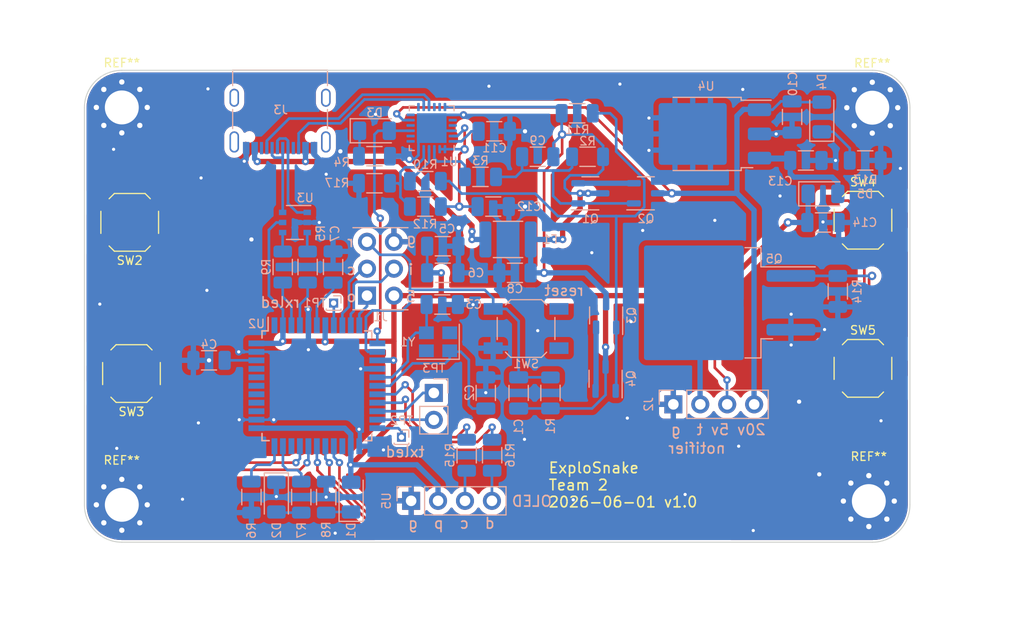
<source format=kicad_pcb>
(kicad_pcb (version 20221018) (generator pcbnew)
  (title_block (title "ExploSnake") (date "2023-11-15") (rev "v1.0") (company "Team 2"))
  (layers (0 "F.Cu" signal) (31 "B.Cu" signal) (34 "B.Paste" user) (35 "F.Paste" user) (36 "B.SilkS" user "B.Silkscreen") (37 "F.SilkS" user "F.Silkscreen") (38 "B.Mask" user) (39 "F.Mask" user) (44 "Edge.Cuts" user))
  (net 0 "")
  (net 1 "+5V")
  (net 2 "Reset")
  (net 3 "Net-(U2-XTAL1)")
  (net 4 "GND")
  (net 5 "Net-(U2-XTAL2)")
  (net 6 "Net-(U2-AREF)")
  (net 7 "Net-(U2-UCAP)")
  (net 8 "Net-(Q1-G)")
  (net 9 "VBUS")
  (net 10 "Net-(U1-VCCD)")
  (net 11 "/Power/3v3_usbpd")
  (net 12 "Net-(D1-K)")
  (net 13 "Net-(D2-A)")
  (net 14 "Net-(D3-K)")
  (net 15 "USB_PD_FAULT")
  (net 16 "Net-(D4-K)")
  (net 17 "VBUS_RAW")
  (net 18 "USB_CC1")
  (net 19 "Net-(U3-HD+)")
  (net 20 "Net-(U3-HD-)")
  (net 22 "USB_CC2")
  (net 25 "Net-(Q1-S)")
  (net 26 "Net-(Q3-G)")
  (net 27 "Net-(Q3-S)")
  (net 28 "Net-(U1-Vbus_Fet_En)")
  (net 29 "Net-(U3-DD+)")
  (net 30 "USB_D+")
  (net 31 "Net-(U2-~{HWB}{slash}PE2)")
  (net 32 "DEBUG_LED")
  (net 33 "USB_D-")
  (net 34 "Net-(U3-DD-)")
  (net 35 "Net-(U1-Isink_Course)")
  (net 36 "Net-(U1-Safe_Pwr_En)")
  (net 46 "rxled")
  (net 47 "sck")
  (net 48 "mosi")
  (net 49 "miso")
  (net 50 "capboom")
  (net 51 "txled")
  (net 52 "Net-(J2-Pin_2)")
  (net 53 "btnUP")
  (net 54 "btnDOWN")
  (net 55 "btnLEFT")
  (net 56 "btnRIGHT")
  (net 59 "Net-(D5-A)")
  (net 67 "scl")
  (net 68 "sda")
  (net 69 "/Power/vbus_fused")
  (net 70 "Net-(U2-PD0)")
  (net 71 "Net-(U2-PD1)")
  (net 72 "/Digital/rx")
  (net 73 "/Digital/tx")
  (footprint "explosnake:SW_SPST_SKQG_WithStem" (layer "F.Cu") (at 180.771 92.957)
    (fp_text reference "SW5")
    (fp_text value "SW_SPST")
  )
  (footprint "MountingHole:MountingHole_3.2mm_M3_Pad_Via" (layer "F.Cu") (at 110.875 68.35)
    (fp_text reference "REF**")
    (fp_text value "MountingHole_3.2mm_M3_Pad_Via")
  )
  (footprint "explosnake:SW_SPST_SKQG_WithStem" (layer "F.Cu") (at 180.771 78.987)
    (fp_text reference "SW4")
    (fp_text value "SW_SPST")
  )
  (footprint "MountingHole:MountingHole_3.2mm_M3_Pad_Via" (layer "F.Cu") (at 181.325 105.475)
    (fp_text reference "REF**")
    (fp_text value "MountingHole_3.2mm_M3_Pad_Via")
  )
  (footprint "explosnake:SW_SPST_SKQG_WithStem" (layer "F.Cu") (at 111.621 79.187 180)
    (fp_text reference "SW2")
    (fp_text value "SW_SPST")
  )
  (footprint "MountingHole:MountingHole_3.2mm_M3_Pad_Via" (layer "F.Cu") (at 110.875 105.825)
    (fp_text reference "REF**")
    (fp_text value "MountingHole_3.2mm_M3_Pad_Via")
  )
  (footprint "MountingHole:MountingHole_3.2mm_M3_Pad_Via" (layer "F.Cu") (at 181.65 68.375)
    (fp_text reference "REF**")
    (fp_text value "MountingHole_3.2mm_M3_Pad_Via")
  )
  (footprint "explosnake:SW_SPST_SKQG_WithStem" (layer "F.Cu") (at 111.786 93.447 180)
    (fp_text reference "SW3")
    (fp_text value "SW_SPST")
  )
  (footprint "Resistor_SMD:R_1206_3216Metric" (layer "B.Cu") (at 126.05 83.4 90)
    (fp_text reference "R9")
    (fp_text value "22")
  )
  (footprint "Capacitor_SMD:C_1206_3216Metric" (layer "B.Cu") (at 141.146 83.947)
    (fp_text reference "C6")
    (fp_text value "100n")
  )
  (footprint "Package_TO_SOT_SMD:SOT-23-3" (layer "B.Cu") (at 156.55 87.9625 90)
    (fp_text reference "Q3")
    (fp_text value "Q_PMOS_GSD")
  )
  (footprint "Package_TO_SOT_SMD:TO-252-3_TabPin2" (layer "B.Cu") (at 165.975 70.85 180)
    (fp_text reference "U4")
    (fp_text value "IFX25001TFV50ATMA1")
  )
  (footprint "Resistor_SMD:R_1206_3216Metric" (layer "B.Cu") (at 154.8 73 180)
    (fp_text reference "R2")
    (fp_text value "10k")
  )
  (footprint "Package_DFN_QFN:QFN-24-1EP_4x4mm_P0.5mm_EP2.8x2.8mm" (layer "B.Cu") (at 140.1 70.3 90)
    (fp_text reference "U1")
    (fp_text value "CYPD3177")
  )
  (footprint "Resistor_SMD:R_1206_3216Metric" (layer "B.Cu") (at 178.4 85.7 90)
    (fp_text reference "R14")
    (fp_text value "10k")
  )
  (footprint "Capacitor_SMD:C_1206_3216Metric" (layer "B.Cu") (at 175.388 73.35 180)
    (fp_text reference "C13")
    (fp_text value "22u")
  )
  (footprint "Resistor_SMD:R_1206_3216Metric" (layer "B.Cu") (at 139.5 75.3 180)
    (fp_text reference "R10")
    (fp_text value "1k")
  )
  (footprint "Capacitor_SMD:C_1206_3216Metric" (layer "B.Cu") (at 174.088 69.25 -90)
    (fp_text reference "C10")
    (fp_text value "10u 50V")
  )
  (footprint "explosnake:SW_SPST_SKQG_WithStem" (layer "B.Cu") (at 149 89.2)
    (fp_text reference "SW1")
    (fp_text value "SW_SPST")
  )
  (footprint "Package_TO_SOT_SMD:SOT-23-3" (layer "B.Cu") (at 155.0625 76.45)
    (fp_text reference "Q1")
    (fp_text value "Q_PMOS_GSD")
  )
  (footprint "Resistor_SMD:R_1206_3216Metric" (layer "B.Cu") (at 139.5 77.7 180)
    (fp_text reference "R12")
    (fp_text value "5k1")
  )
  (footprint "Resistor_SMD:R_1206_3216Metric" (layer "B.Cu") (at 151.3 95.275 90)
    (fp_text reference "R1")
    (fp_text value "100k")
  )
  (footprint "Connector_PinHeader_2.54mm:PinHeader_2x03_P2.54mm_Vertical" (layer "B.Cu") (at 134 86.1)
    (fp_text reference "J1")
    (fp_text value "DNP")
  )
  (footprint "explosnake:TO-263-2_TabPin2" (layer "B.Cu") (at 166.325 86.775 180)
    (fp_text reference "Q5")
    (fp_text value "IRF530NSTRLPB")
  )
  (footprint "Capacitor_SMD:C_1206_3216Metric" (layer "B.Cu") (at 141.096 86.937)
    (fp_text reference "C3")
    (fp_text value "24p")
  )
  (footprint "Resistor_SMD:R_1206_3216Metric" (layer "B.Cu") (at 130.15 105.1 90)
    (fp_text reference "R8")
    (fp_text value "1k")
  )
  (footprint "Resistor_SMD:R_1206_3216Metric" (layer "B.Cu") (at 127.8 105.1 -90)
    (fp_text reference "R7")
    (fp_text value "1k")
  )
  (footprint "Capacitor_SMD:C_1206_3216Metric" (layer "B.Cu") (at 130.8 83.4 90)
    (fp_text reference "C7")
    (fp_text value "1u")
  )
  (footprint "Capacitor_SMD:C_1206_3216Metric" (layer "B.Cu") (at 141.146 81.437)
    (fp_text reference "C5")
    (fp_text value "100n")
  )
  (footprint "Resistor_SMD:R_1206_3216Metric" (layer "B.Cu") (at 143.4 101.15 -90)
    (fp_text reference "R15")
    (fp_text value "0")
  )
  (footprint "Connector_PinHeader_2.54mm:PinHeader_1x04_P2.54mm_Vertical" (layer "B.Cu") (at 138.16 105.45 -90)
    (fp_text reference "U5")
    (fp_text value "OLED")
  )
  (footprint "LED_SMD:LED_1206_3216Metric" (layer "B.Cu") (at 176.888 69.25 90)
    (fp_text reference "D4")
    (fp_text value "green")
  )
  (footprint "Resistor_SMD:R_1206_3216Metric" (layer "B.Cu") (at 128.4 83.4 -90)
    (fp_text reference "R5")
    (fp_text value "22")
  )
  (footprint "Capacitor_SMD:C_1206_3216Metric" (layer "B.Cu") (at 146 70.6)
    (fp_text reference "C11")
    (fp_text value "1u")
  )
  (footprint "LED_SMD:LED_1206_3216Metric" (layer "B.Cu") (at 134.7 70.55)
    (fp_text reference "D3")
    (fp_text value "red")
  )
  (footprint "Capacitor_SMD:C_1206_3216Metric" (layer "B.Cu") (at 177 79.2)
    (fp_text reference "C14")
    (fp_text value "100u")
  )
  (footprint "Capacitor_SMD:C_1206_3216Metric" (layer "B.Cu") (at 147.95 83.95 180)
    (fp_text reference "C8")
    (fp_text value "10u 50V")
  )
  (footprint "Crystal:Crystal_SMD_3225-4Pin_3.2x2.5mm" (layer "B.Cu") (at 140.7 90.45 180)
    (fp_text reference "Y1")
    (fp_text value "16MHz Crystal")
  )
  (footprint "Resistor_SMD:R_1206_3216Metric" (layer "B.Cu") (at 180.9875 73.35)
    (fp_text reference "R13")
    (fp_text value "5k1")
  )
  (footprint "Resistor_SMD:R_1206_3216Metric" (layer "B.Cu") (at 145.8 101.15 -90)
    (fp_text reference "R16")
    (fp_text value "0")
  )
  (footprint "Diode_SMD:D_1206_3216Metric" (layer "B.Cu") (at 177 76.5)
    (fp_text reference "D5")
    (fp_text value "D_Schottky")
  )
  (footprint "Resistor_SMD:R_1206_3216Metric" (layer "B.Cu") (at 123.1 105.1 -90)
    (fp_text reference "R6")
    (fp_text value "10k")
  )
  (footprint "Resistor_SMD:R_1206_3216Metric" (layer "B.Cu") (at 134.7 72.95)
    (fp_text reference "R4")
    (fp_text value "2k2")
  )
  (footprint "Capacitor_SMD:C_1206_3216Metric" (layer "B.Cu") (at 150.1 73 180)
    (fp_text reference "C9")
    (fp_text value "1u 50V")
  )
  (footprint "Connector_PinHeader_2.54mm:PinHeader_1x02_P2.54mm_Vertical" (layer "B.Cu") (at 140.3 95.275 180)
    (fp_text reference "TP3")
    (fp_text value "Conn_01x02")
  )
  (footprint "Resistor_SMD:R_1206_3216Metric" (layer "B.Cu") (at 153.825 68.9)
    (fp_text reference "R11")
    (fp_text value "51k")
  )
  (footprint "Capacitor_SMD:C_1206_3216Metric" (layer "B.Cu") (at 119.1 92.2 180)
    (fp_text reference "C4")
    (fp_text value "1u")
  )
  (footprint "Package_QFP:TQFP-44_10x10mm_P0.8mm" (layer "B.Cu") (at 129.271 94.6 -90)
    (fp_text reference "U2")
    (fp_text value "ATmega32U4-A")
  )
  (footprint "Package_SO:TSOP-6_1.65x3.05mm_P0.95mm" (layer "B.Cu") (at 127.2 79.2 180)
    (fp_text reference "U3")
    (fp_text value "IP4234CZ6,125")
  )
  (footprint "LED_SMD:LED_1206_3216Metric" (layer "B.Cu") (at 125.45 105.1 -90)
    (fp_text reference "D2")
    (fp_text value "orange")
  )
  (footprint "Package_TO_SOT_SMD:SOT-23-3" (layer "B.Cu") (at 160.3 76.45)
    (fp_text reference "Q2")
    (fp_text value "Q_PMOS_GSD")
  )
  (footprint "Package_TO_SOT_SMD:SOT-23-3" (layer "B.Cu") (at 156.5 93.9375 90)
    (fp_text reference "Q4")
    (fp_text value "Q_PMOS_GSD")
  )
  (footprint "Capacitor_SMD:C_1206_3216Metric" (layer "B.Cu") (at 148.3 95.275 90)
    (fp_text reference "C1")
    (fp_text value "1u")
  )
  (footprint "Connector_PinHeader_1.00mm:PinHeader_1x01_P1.00mm_Vertical" (layer "B.Cu") (at 137.25 99.45 180)
    (fp_text reference "TP2")
    (fp_text value "TestPoint")
  )
  (footprint "Fuse:Fuse_1812_4532Metric" (layer "B.Cu") (at 147.3 80.8)
    (fp_text reference "F1")
    (fp_text value "2A")
  )
  (footprint "Connector_USB:USB_C_Receptacle_Palconn_UTC16-G" (layer "B.Cu") (at 125.8 69.675)
    (fp_text reference "J3")
    (fp_text value "USB_C_Receptacle_USB2.0")
  )
  (footprint "Resistor_SMD:R_1206_3216Metric" (layer "B.Cu") (at 134.7 75.5 180)
    (fp_text reference "R17")
    (fp_text value "2k2")
  )
  (footprint "Connector_PinHeader_2.54mm:PinHeader_1x04_P2.54mm_Vertical" (layer "B.Cu") (at 162.89 96.35 -90)
    (fp_text reference "J2")
    (fp_text value "Conn_01x04")
  )
  (footprint "Connector_PinHeader_1.00mm:PinHeader_1x01_P1.00mm_Vertical" (layer "B.Cu") (at 130.85 86.8 180)
    (fp_text reference "TP1")
    (fp_text value "TestPoint")
  )
  (footprint "Capacitor_SMD:C_1206_3216Metric" (layer "B.Cu") (at 145.9 77.7)
    (fp_text reference "C12")
    (fp_text value "1u")
  )
  (footprint "Resistor_SMD:R_1206_3216Metric" (layer "B.Cu") (at 144.7 74.9)
    (fp_text reference "R3")
    (fp_text value "100")
  )
  (footprint "LED_SMD:LED_1206_3216Metric" (layer "B.Cu") (at 132.5 105.1 90)
    (fp_text reference "D1")
    (fp_text value "green")
  )
  (footprint "Capacitor_SMD:C_1206_3216Metric" (layer "B.Cu") (at 145.2 95.275 90)
    (fp_text reference "C2")
    (fp_text value "24p")
  )
  (gr_arc (start 107.349646 68.375) (mid 108.382198 65.882199) (end 110.875 64.849646) (stroke (width 0.1)) (layer "Edge.Cuts"))
  (gr_line (start 185.200352 105.825) (end 185.200352 68.375002) (stroke (width 0.1)) (layer "Edge.Cuts"))
  (gr_arc (start 181.675 64.849648) (mid 184.167801 65.882201) (end 185.200354 68.375002) (stroke (width 0.1)) (layer "Edge.Cuts"))
  (gr_line (start 107.349646 68.375) (end 107.349646 105.824998) (stroke (width 0.1)) (layer "Edge.Cuts"))
  (gr_arc (start 110.875 109.350352) (mid 108.382199 108.317799) (end 107.349646 105.824998) (stroke (width 0.1)) (layer "Edge.Cuts"))
  (gr_line (start 110.875 109.350352) (end 181.674998 109.350352) (stroke (width 0.1)) (layer "Edge.Cuts"))
  (gr_arc (start 185.200352 105.825) (mid 184.167799 108.317801) (end 181.674998 109.350354) (stroke (width 0.1)) (layer "Edge.Cuts"))
  (gr_line (start 181.675 64.849648) (end 110.875 64.849648) (stroke (width 0.1)) (layer "Edge.Cuts"))
  (gr_text "i" (at 138.475 84.225) (layer "B.SilkS") (effects (font (size 1 1)) (justify left bottom mirror)))
  (gr_text "d  c  p  g" (at 146.125 108.15) (layer "B.SilkS") (effects (font (size 1 1)) (justify left bottom mirror)))
  (gr_text "c" (at 133.025 84.225) (layer "B.SilkS") (effects (font (size 1 1)) (justify left bottom mirror)))
  (gr_text "txled" (at 139.525 101.425) (layer "B.SilkS") (effects (font (size 1 1)) (justify left bottom mirror)))
  (gr_text "o" (at 133.075 86.775) (layer "B.SilkS") (effects (font (size 1 1)) (justify left bottom mirror)))
  (gr_text "5" (at 138.7 86.775) (layer "B.SilkS") (effects (font (size 1 1)) (justify left bottom mirror)))
  (gr_text "r" (at 132.85 81.6) (layer "B.SilkS") (effects (font (size 1 1)) (justify left bottom mirror)))
  (gr_text "reset" (at 154.55 86.2) (layer "B.SilkS") (effects (font (size 1 1)) (justify left bottom mirror)))
  (gr_text "rxled" (at 127.775 87.325) (layer "B.SilkS") (effects (font (size 1 1)) (justify left bottom mirror)))
  (gr_text "20v 5v t  g" (at 171.675 99.325) (layer "B.SilkS") (effects (font (size 1 1)) (justify left bottom mirror)))
  (gr_text "OLED" (at 151.525 106.075) (layer "B.SilkS") (effects (font (size 1 1)) (justify left bottom mirror)))
  (gr_text "notifier" (at 167.9 101.075) (layer "B.SilkS") (effects (font (size 1 1)) (justify left bottom mirror)))
  (gr_text "g" (at 138.725 81.325) (layer "B.SilkS") (effects (font (size 1 1)) (justify left bottom mirror)))
  (gr_text "${TITLE}\n${COMPANY}\n${CURRENT_DATE} ${REVISION}" (at 151.05 106.15) (layer "F.SilkS") (effects (font (size 1 1)) (justify left bottom)))
  (segment (start 136.54 92.16) (end 136.54 92.01) (width 0.5) (layer "F.Cu") (net 1))
  (segment (start 132.45 102.1) (end 132.5 102.05) (width 0.5) (layer "F.Cu") (net 1))
  (segment (start 167.95 94.05) (end 166.8 92.9) (width 0.25) (layer "F.Cu") (net 1))
  (segment (start 166.8 92.9) (end 166.8 86.1) (width 0.25) (layer "F.Cu") (net 1))
  (segment (start 141 86.1) (end 156.5 86.1) (width 0.5) (layer "F.Cu") (net 1))
  (segment (start 136.5 92.2) (end 136.54 92.16) (width 0.5) (layer "F.Cu") (net 1))
  (segment (start 136.54 90.4) (end 130.1 90.4) (width 0.5) (layer "F.Cu") (net 1))
  (segment (start 132.45 102.05) (end 132.45 102.1) (width 0.5) (layer "F.Cu") (net 1))
  (segment (start 130 90.4) (end 126.05 90.4) (width 0.5) (layer "F.Cu") (net 1))
  (segment (start 136.54 86.1) (end 141 86.1) (width 0.5) (layer "F.Cu") (net 1))
  (segment (start 136.5 92.2) (end 136.5 98.05) (width 0.5) (layer "F.Cu") (net 1))
  (segment (start 132.5 102.05) (end 132.45 102.05) (width 0.5) (layer "F.Cu") (net 1))
  (segment (start 136.54 90.4) (end 136.54 92.16) (width 0.5) (layer "F.Cu") (net 1))
  (segment (start 130.05 90.45) (end 130 90.4) (width 0.5) (layer "F.Cu") (net 1))
  (segment (start 156.5 86.1) (end 166.8 86.1) (width 0.5) (layer "F.Cu") (net 1))
  (segment (start 136.5 98.05) (end 134.65 99.9) (width 0.5) (layer "F.Cu") (net 1))
  (segment (start 134.65 99.9) (end 132.5 102.05) (width 0.5) (layer "F.Cu") (net 1))
  (segment (start 141 83.95) (end 141 86.1) (width 0.5) (layer "F.Cu") (net 1))
  (segment (start 166.8 86.1) (end 173.7 79.2) (width 0.5) (layer "F.Cu") (net 1))
  (segment (start 136.54 86.1) (end 136.54 90.4) (width 0.5) (layer "F.Cu") (net 1))
  (segment (start 130.1 90.4) (end 130.05 90.45) (width 0.5) (layer "F.Cu") (net 1))
  (segment (start 156.5 90.95) (end 156.5 86.1) (width 0.5) (layer "F.Cu") (net 1))
  (via (at 136.5 92.2) (size 0.7) (drill 0.3) (layers "F.Cu" "B.Cu") (net 1))
  (via (at 173.7 79.2) (size 0.8) (drill 0.4) (layers "F.Cu" "B.Cu") (net 1))
  (via (at 141 83.95) (size 0.7) (drill 0.3) (layers "F.Cu" "B.Cu") (net 1))
  (via (at 132.45 102.05) (size 0.7) (drill 0.3) (layers "F.Cu" "B.Cu") (net 1))
  (via (at 130.05 90.45) (size 0.7) (drill 0.3) (layers "F.Cu" "B.Cu") (net 1))
  (via (at 126.05 90.4) (size 0.7) (drill 0.3) (layers "F.Cu" "B.Cu") (net 1))
  (via (at 156.5 90.95) (size 0.7) (drill 0.3) (layers "F.Cu" "B.Cu") (net 1))
  (via (at 167.95 94.05) (size 0.7) (drill 0.3) (layers "F.Cu" "B.Cu") (net 1))
  (segment (start 173.7 79.2) (end 173.6 79.2) (width 0.25) (layer "B.Cu") (net 1))
  (segment (start 124.75 79.9) (end 125.45 79.2) (width 0.25) (layer "B.Cu") (net 1))
  (segment (start 151.3 96.7375) (end 148.3125 96.7375) (width 0.25) (layer "B.Cu") (net 1))
  (segment (start 175.6 79.125) (end 175.525 79.2) (width 0.5) (layer "B.Cu") (net 1))
  (segment (start 132.471 99.171) (end 132.471 100.3) (width 0.5) (layer "B.Cu") (net 1))
  (segment (start 125.45 79.2) (end 126.04 79.2) (width 0.25) (layer "B.Cu") (net 1))
  (segment (start 141 83.95) (end 140.997 83.947) (width 0.5) (layer "B.Cu") (net 1))
  (segment (start 125.85 90.6) (end 126.05 90.4) (width 0.5) (layer "B.Cu") (net 1))
  (segment (start 139.671 81.437) (end 139.671 83.947) (width 0.25) (layer "B.Cu") (net 1))
  (segment (start 156.5 90.95) (end 156.5 90.9) (width 0.5) (layer "B.Cu") (net 1))
  (segment (start 155.221752 96.7375) (end 156.5 95.459252) (width 0.25) (layer "B.Cu") (net 1))
  (segment (start 130.05 88.921) (end 130.071 88.9) (width 0.5) (layer "B.Cu") (net 1))
  (segment (start 140.7 104.05) (end 140.7 105.45) (width 0.5) (layer "B.Cu") (net 1))
  (segment (start 123.571 90.6) (end 125.85 90.6) (width 0.5) (layer "B.Cu") (net 1))
  (segment (start 151.3 96.7375) (end 155.221752 96.7375) (width 0.25) (layer "B.Cu") (net 1))
  (segment (start 175.525 76.575) (end 175.6 76.5) (width 0.25) (layer "B.Cu") (net 1))
  (segment (start 134.971 92.2) (end 136.5 92.2) (width 0.5) (layer "B.Cu") (net 1))
  (segment (start 156.5 95.459252) (end 156.5 92.8) (width 0.25) (layer "B.Cu") (net 1))
  (segment (start 138.7 102.05) (end 140.7 104.05) (width 0.5) (layer "B.Cu") (net 1))
  (segment (start 126.071 88.9) (end 126.071 87.421) (width 0.25) (layer "B.Cu") (net 1))
  (segment (start 130.05 90.45) (end 130.05 88.921) (width 0.5) (layer "B.Cu") (net 1))
  (segment (start 132.471 100.3) (end 132.471 103.671) (width 0.5) (layer "B.Cu") (net 1))
  (segment (start 123.571 98.6) (end 131.9 98.6) (width 0.5) (layer "B.Cu") (net 1))
  (segment (start 126.071 87.421) (end 124.75 86.1) (width 0.25) (layer "B.Cu") (net 1))
  (segment (start 175.6 76.5) (end 175.6 79.125) (width 0.5) (layer "B.Cu") (net 1))
  (segment (start 148.3125 96.7375) (end 148.3 96.75) (width 0.25) (layer "B.Cu") (net 1))
  (segment (start 173.7 79.2) (end 175.525 79.2) (width 0.5) (layer "B.Cu") (net 1))
  (segment (start 126.071 88.9) (end 126.071 90.379) (width 0.5) (layer "B.Cu") (net 1))
  (segment (start 132.45 102.05) (end 138.7 102.05) (width 0.5) (layer "B.Cu") (net 1))
  (segment (start 175.525 79.2) (end 175.525 76.575) (width 0.25) (layer "B.Cu") (net 1))
  (segment (start 132.471 103.671) (end 132.5 103.7) (width 0.5) (layer "B.Cu") (net 1))
  (segment (start 126.071 90.379) (end 126.05 90.4) (width 0.5) (layer "B.Cu") (net 1))
  (segment (start 124.75 86.1) (end 124.75 79.9) (width 0.25) (layer "B.Cu") (net 1))
  (segment (start 131.9 98.6) (end 132.471 99.171) (width 0.5) (layer "B.Cu") (net 1))
  (segment (start 156.5 92.8) (end 156.5 90.95) (width 0.5) (layer "B.Cu") (net 1))
  (segment (start 167.95 94.05) (end 167.95 94.1) (width 0.25) (layer "B.Cu") (net 1))
  (segment (start 140.997 83.947) (end 139.671 83.947) (width 0.5) (layer "B.Cu") (net 1))
  (segment (start 167.95 96.35) (end 167.95 94.05) (width 0.25) (layer "B.Cu") (net 1))
  (segment (start 138.05 86.8) (end 137.35 87.5) (width 0.25) (layer "B.Cu") (net 2))
  (segment (start 134.5 87.5) (end 133.896 88.104) (width 0.25) (layer "B.Cu") (net 2))
  (segment (start 137.35 87.5) (end 134.5 87.5) (width 0.25) (layer "B.Cu") (net 2))
  (segment (start 134.1 91.4) (end 134.971 91.4) (width 0.25) (layer "B.Cu") (net 2))
  (segment (start 145.9 86.35) (end 145.9 87.35) (width 0.25) (layer "B.Cu") (net 2))
  (segment (start 148.3 88.5) (end 147.15 87.35) (width 0.25) (layer "B.Cu") (net 2))
  (segment (start 138.05 85.55) (end 138.05 86.8) (width 0.25) (layer "B.Cu") (net 2))
  (segment (start 135.23 82.25) (end 137.45 82.25) (width 0.25) (layer "B.Cu") (net 2))
  (segment (start 133.896 88.104) (end 133.896 91.196) (width 0.25) (layer "B.Cu") (net 2))
  (segment (start 148.3 93.8) (end 151.2875 93.8) (width 0.25) (layer "B.Cu") (net 2))
  (segment (start 148.3 93.8) (end 148.3 88.5) (width 0.25) (layer "B.Cu") (net 2))
  (segment (start 151.2875 93.8) (end 151.3 93.8125) (width 0.25) (layer "B.Cu") (net 2))
  (segment (start 138.05 85.55) (end 145.1 85.55) (width 0.25) (layer "B.Cu") (net 2))
  (segment (start 133.896 91.196) (end 134.1 91.4) (width 0.25) (layer "B.Cu") (net 2))
  (segment (start 147.15 87.35) (end 145.9 87.35) (width 0.25) (layer "B.Cu") (net 2))
  (segment (start 134 81.02) (end 135.23 82.25) (width 0.25) (layer "B.Cu") (net 2))
  (segment (start 137.45 82.25) (end 138.05 82.85) (width 0.25) (layer "B.Cu") (net 2))
  (segment (start 138.05 82.85) (end 138.05 85.55) (width 0.25) (layer "B.Cu") (net 2))
  (segment (start 145.1 85.55) (end 145.9 86.35) (width 0.25) (layer "B.Cu") (net 2))
  (segment (start 143.6 92.15) (end 143.6 96.4) (width 0.25) (layer "B.Cu") (net 3))
  (segment (start 134.971 94.6) (end 136.186396 94.6) (width 0.25) (layer "B.Cu") (net 3))
  (segment (start 142.096 91.387) (end 142.837 91.387) (width 0.25) (layer "B.Cu") (net 3))
  (segment (start 138.3 92.486396) (end 141.363604 92.486396) (width 0.25) (layer "B.Cu") (net 3))
  (segment (start 141.363604 92.486396) (end 141.8 92.05) (width 0.25) (layer "B.Cu") (net 3))
  (segment (start 143.95 96.75) (end 145.2 96.75) (width 0.25) (layer "B.Cu") (net 3))
  (segment (start 143.6 96.4) (end 143.95 96.75) (width 0.25) (layer "B.Cu") (net 3))
  (segment (start 142.837 91.387) (end 143.6 92.15) (width 0.25) (layer "B.Cu") (net 3))
  (segment (start 141.8 92.05) (end 141.8 91.3) (width 0.25) (layer "B.Cu") (net 3))
  (segment (start 136.186396 94.6) (end 138.3 92.486396) (width 0.25) (layer "B.Cu") (net 3))
  (segment (start 177.144222 94.807) (end 177.671 94.807) (width 0.25) (layer "F.Cu") (net 4))
  (via (at 145.5 66.35) (size 0.7) (drill 0.3) (layers "F.Cu" "B.Cu") (net 4))
  (via (at 144 86.95) (size 0.7) (drill 0.3) (layers "F.Cu" "B.Cu") (net 4))
  (via (at 182.475 97.9) (size 0.7) (drill 0.3) (layers "F.Cu" "B.Cu") (net 4))
  (via (at 158.55 97.65) (size 0.7) (drill 0.3) (layers "F.Cu" "B.Cu") (net 4))
  (via (at 172.588 70.85) (size 0.7) (drill 0.3) (layers "F.Cu" "B.Cu") (net 4))
  (via (at 134.8 69) (size 0.7) (drill 0.3) (layers "F.Cu" "B.Cu") (net 4))
  (via (at 125.45 105.05) (size 0.7) (drill 0.3) (layers "F.Cu" "B.Cu") (net 4))
  (via (at 131.487701 72.487701) (size 0.8) (drill 0.4) (layers "F.Cu" "B.Cu") (net 4))
  (via (at 174 87.85) (size 0.7) (drill 0.3) (layers "F.Cu" "B.Cu") (net 4))
  (via (at 142.65 79.7) (size 0.8) (drill 0.4) (layers "F.Cu" "B.Cu") (net 4))
  (via (at 121.95 97.8) (size 0.7) (drill 0.3) (layers "F.Cu" "B.Cu") (net 4))
  (via (at 135.55 100.65) (size 0.7) (drill 0.3) (layers "F.Cu" "B.Cu") (net 4))
  (via (at 130.15 74.65) (size 0.7) (drill 0.3) (layers "F.Cu" "B.Cu") (net 4))
  (via (at 158.9 88.55) (size 0.7) (drill 0.3) (layers "F.Cu" "B.Cu") (net 4))
  (via (at 177 79.15) (size 0.7) (drill 0.3) (layers "F.Cu" "B.Cu") (net 4))
  (via (at 178.188 73.35) (size 0.7) (drill 0.3) (layers "F.Cu" "B.Cu") (net 4))
  (via (at 155.2 82.05) (size 0.7) (drill 0.3) (layers "F.Cu" "B.Cu") (net 4))
  (via (at 176.65 102.95) (size 0.8) (drill 0.4) (layers "F.Cu" "B.Cu") (net 4))
  (via (at 118.9 85.6) (size 0.7) (drill 0.3) (layers "F.Cu" "B.Cu") (net 4))
  (via (at 110.1 72.3) (size 0.7) (drill 0.3) (layers "F.Cu" "B.Cu") (net 4))
  (via (at 164 104.85) (size 0.7) (drill 0.3) (layers "F.Cu" "B.Cu") (net 4))
  (via (at 116.6 105.3) (size 0.7) (drill 0.3) (layers "F.Cu" "B.Cu") (net 4))
  (via (at 108.8 86.9) (size 0.7) (drill 0.3) (layers "F.Cu" "B.Cu") (net 4))
  (via (at 166.8 79) (size 0.7) (drill 0.3) (layers "F.Cu" "B.Cu") (net 4))
  (via (at 133.4 93) (size 0.7) (drill 0.3) (layers "F.Cu" "B.Cu") (net 4))
  (via (at 133.25 98.7) (size 0.7) (drill 0.3) (layers "F.Cu" "B.Cu") (net 4))
  (via (at 130.15 105.1) (size 0.7) (drill 0.3) (layers "F.Cu" "B.Cu") (net 4))
  (via (at 153.45 105.35) (size 0.7) (drill 0.3) (layers "F.Cu" "B.Cu") (net 4))
  (via (at 118.1 98.1) (size 0.7) (drill 0.3) (layers "F.Cu" "B.Cu") (net 4))
  (via (at 148.9 77.7) (size 0.8) (drill 0.4) (layers "F.Cu" "B.Cu") (net 4))
  (via (at 119 66.6) (size 0.7) (drill 0.3) (layers "F.Cu" "B.Cu") (net 4))
  (via (at 129.5 79.2) (size 0.7) (drill 0.3) (layers "F.Cu" "B.Cu") (net 4))
  (via (at 150.1 89.4) (size 0.7) (drill 0.3) (layers "F.Cu" "B.Cu") (net 4))
  (via (at 128.471 91.1995) (size 0.7) (drill 0.3) (layers "F.Cu" "B.Cu") (net 4))
  (via (at 160 79.95) (size 0.7) (drill 0.3) (layers "F.Cu" "B.Cu") (net 4))
  (via (at 172.95 76.7) (size 0.7) (drill 0.3) (layers "F.Cu" "B.Cu") (net 4))
  (via (at 128.45 87.4) (size 0.7) (drill 0.3) (layers "F.Cu" "B.Cu") (net 4))
  (via (at 169.05 100.3) (size 0.7) (drill 0.3) (layers "F.Cu" "B.Cu") (net 4))
  (via (at 174.75 96.1) (size 0.8) (drill 0.4) (layers "F.Cu" "B.Cu") (net 4))
  (via (at 148.85 99.65) (size 0.7) (drill 0.3) (layers "F.Cu" "B.Cu") (net 4))
  (via (at 121.9 91.4) (size 0.7) (drill 0.3) (layers "F.Cu" "B.Cu") (net 4))
  (via (at 143.1 69.05) (size 0.7) (drill 0.3) (layers "F.Cu" "B.Cu") (net 4))
  (via (at 169.438 66.65) (size 0.7) (drill 0.3) (layers "F.Cu" "B.Cu") (net 4))
  (via (at 160.588 69.35) (size 0.7) (drill 0.3) (layers "F.Cu" "B.Cu") (net 4))
  (via (at 177.15 89.3) (size 0.7) (drill 0.3) (layers "F.Cu" "B.Cu") (net 4))
  (via (at 125.2 97.8) (size 0.7) (drill 0.3) (layers "F.Cu" "B.Cu") (net 4))
  (via (at 170.425 108.25) (size 0.7) (drill 0.3) (layers "F.Cu" "B.Cu") (net 4))
  (via (at 119.1 92.2) (size 0.8) (drill 0.4) (layers "F.Cu" "B.Cu") (net 4))
  (via (at 148.9 70.6) (size 0.8) (drill 0.4) (layers "F.Cu" "B.Cu") (net 4))
  (via (at 157.85 66.15) (size 0.7) (drill 0.3) (layers "F.Cu" "B.Cu") (net 4))
  (via (at 123.1 80.8) (size 0.8) (drill 0.4) (layers "F.Cu" "B.Cu") (net 4))
  (via (at 131 108.5) (size 0.7) (drill 0.3) (layers "F.Cu" "B.Cu") (net 4))
  (via (at 118.35 75) (size 0.7) (drill 0.3) (layers "F.Cu" "B.Cu") (net 4))
  (via (at 160.588 72.4) (size 0.7) (drill 0.3) (layers "F.Cu" "B.Cu") (net 4))
  (via (at 122.425 73.425) (size 0.7) (drill 0.3) (layers "F.Cu" "B.Cu") (net 4))
  (via (at 138 73.2) (size 0.8) (drill 0.4) (layers "F.Cu" "B.Cu") (net 4))
  (via (at 184.3 74.1) (size 0.7) (drill 0.3) (layers "F.Cu" "B.Cu") (net 4))
  (via (at 174 90.75) (size 0.7) (drill 0.3) (layers "F.Cu" "B.Cu") (net 4))
  (via (at 110.4 100.5) (size 0.7) (drill 0.3) (layers "F.Cu" "B.Cu") (net 4))
  (via (at 145.2 95.25) (size 0.7) (drill 0.3) (layers "F.Cu" "B.Cu") (net 4))
  (segment (start 128.471 87.421) (end 128.45 87.4) (width 0.5) (layer "B.Cu") (net 4))
  (segment (start 139.85 70.55) (end 142.0875 70.55) (width 0.25) (layer "B.Cu") (net 4))
  (segment (start 131.487701 72.487701) (end 130.625402 73.35) (width 0.5) (layer "B.Cu") (net 4))
  (segment (start 129.585 73.35) (end 129 72.765) (width 0.5) (layer "B.Cu") (net 4))
  (segment (start 125.2 97.8) (end 121.95 97.8) (width 0.25) (layer "B.Cu") (net 4))
  (segment (start 122.425 73.425) (end 122.6 73.25) (width 0.5) (layer "B.Cu") (net 4))
  (segment (start 143.1 69.05) (end 143.35 69.05) (width 0.25) (layer "B.Cu") (net 4))
  (segment (start 133.25 98.7) (end 133.25 100.279) (width 0.25) (layer "B.Cu") (net 4))
  (segment (start 142.584 86.95) (end 142.571 86.937) (width 0.25) (layer "B.Cu") (net 4))
  (segment (start 130.625402 73.35) (end 129.585 73.35) (width 0.5) (layer "B.Cu") (net 4))
  (segment (start 128.471 88.9) (end 128.471 87.421) (width 0.5) (layer "B.Cu") (net 4))
  (segment (start 133.25 100.279) (end 133.271 100.3) (width 0.25) (layer "B.Cu") (net 4))
  (segment (start 128.2705 91.4) (end 128.471 91.1995) (width 0.25) (layer "B.Cu") (net 4))
  (segment (start 142.0875 69.05) (end 143.1 69.05) (width 0.25) (layer "B.Cu") (net 4))
  (segment (start 133.271 100.3) (end 135.2 100.3) (width 0.25) (layer "B.Cu") (net 4))
  (segment (start 147.375 77.7) (end 148.85 77.7) (width 0.25) (layer "B.Cu") (net 4))
  (segment (start 138.85 71.55) (end 139.85 70.55) (width 0.25) (layer "B.Cu") (net 4))
  (segment (start 138.85 72.2875) (end 138.85 71.55) (width 0.25) (layer "B.Cu") (net 4))
  (segment (start 135.2 100.3) (end 135.55 100.65) (width 0.25) (layer "B.Cu") (net 4))
  (segment (start 138.85 72.85) (end 138.5 73.2) (width 0.25) (layer "B.Cu") (net 4))
  (segment (start 171.015 70.85) (end 172.588 70.85) (width 0.5) (layer "B.Cu") (net 4))
  (segment (start 138.85 72.2875) (end 138.85 72.85) (width 0.25) (layer "B.Cu") (net 4))
  (segment (start 134.971 93) (end 133.4 93) (width 0.5) (layer "B.Cu") (net 4))
  (segment (start 141.35 69.05) (end 140.1 70.3) (width 0.25) (layer "B.Cu") (net 4))
  (segment (start 128.471 91.1995) (end 128.471 88.9) (width 0.5) (layer "B.Cu") (net 4))
  (segment (start 142.0875 69.05) (end 141.35 69.05) (width 0.25) (layer "B.Cu") (net 4))
  (segment (start 129 72.765) (end 129 72.185) (width 0.5) (layer "B.Cu") (net 4))
  (segment (start 123.571 91.4) (end 121.9 91.4) (width 0.25) (layer "B.Cu") (net 4))
  (segment (start 122.6 73.25) (end 122.6 72.185) (width 0.5) (layer "B.Cu") (net 4))
  (segment (start 138.5 73.2) (end 138 73.2) (width 0.25) (layer "B.Cu") (net 4))
  (segment (start 142.621 86.887) (end 142.571 86.937) (width 0.25) (layer "B.Cu") (net 4))
  (segment (start 146.15 91.475) (end 146.575 91.05) (width 0.25) (layer "B.Cu") (net 4))
  (segment (start 123.571 91.4) (end 128.2705 91.4) (width 0.25) (layer "B.Cu") (net 4))
  (segment (start 138.6 89.6) (end 139.6 89.6) (width 0.25) (layer "B.Cu") (net 5))
  (segment (start 134.971 93.8) (end 136.35 93.8) (width 0.25) (layer "B.Cu") (net 5))
  (segment (start 139.621 89.412) (end 139.896 89.687) (width 0.25) (layer "B.Cu") (net 5))
  (segment (start 137.85 92.3) (end 137.85 90.35) (width 0.25) (layer "B.Cu") (net 5))
  (segment (start 137.85 90.35) (end 138.6 89.6) (width 0.25) (layer "B.Cu") (net 5))
  (segment (start 136.35 93.8) (end 137.85 92.3) (width 0.25) (layer "B.Cu") (net 5))
  (segment (start 139.621 86.937) (end 139.621 89.412) (width 0.25) (layer "B.Cu") (net 5))
  (segment (start 123.571 92.2) (end 120.575 92.2) (width 0.25) (layer "B.Cu") (net 6))
  (segment (start 130.8 85.54038) (end 130.8 84.875) (width 0.25) (layer "B.Cu") (net 7))
  (segment (start 129.271 87.06938) (end 130.8 85.54038) (width 0.25) (layer "B.Cu") (net 7))
  (segment (start 129.271 88.9) (end 129.271 87.06938) (width 0.25) (layer "B.Cu") (net 7))
  (segment (start 153.3375 73) (end 153.3375 74.0125) (width 0.25) (layer "B.Cu") (net 8))
  (segment (start 153.3375 73.7375) (end 153.3375 73) (width 0.25) (layer "B.Cu") (net 8))
  (segment (start 151.55 76.7) (end 151.55 74.3) (width 0.25) (layer "B.Cu") (net 8))
  (segment (start 151.55 74.3) (end 152.063174 74.3) (width 0.25) (layer "B.Cu") (net 8))
  (segment (start 148.625 74.3) (end 148.025 74.9) (width 0.25) (layer "B.Cu") (net 8))
  (segment (start 152.25 77.4) (end 151.55 76.7) (width 0.25) (layer "B.Cu") (net 8))
  (segment (start 148.025 74.9) (end 145.7625 74.9) (width 0.25) (layer "B.Cu") (net 8))
  (segment (start 153.05 74.3) (end 152.063174 74.3) (width 0.25) (layer "B.Cu") (net 8))
  (segment (start 152.063174 74.3) (end 148.625 74.3) (width 0.25) (layer "B.Cu") (net 8))
  (segment (start 153.3375 74.0125) (end 153.05 74.3) (width 0.25) (layer "B.Cu") (net 8))
  (segment (start 153.925 77.4) (end 152.25 77.4) (width 0.25) (layer "B.Cu") (net 8))
  (segment (start 148.625 74.3) (end 148.625 73) (width 0.25) (layer "B.Cu") (net 8))
  (segment (start 153.925 77.4) (end 159.1625 77.4) (width 0.25) (layer "B.Cu") (net 8))
  (segment (start 137.4 68.35) (end 154.65 68.35) (width 0.25) (layer "F.Cu") (net 9))
  (segment (start 154.65 68.35) (end 162.75 76.45) (width 0.25) (layer "F.Cu") (net 9))
  (segment (start 136.8 68.95) (end 137.4 68.35) (width 0.25) (layer "F.Cu") (net 9))
  (via (at 162.75 76.45) (size 0.8) (drill 0.4) (layers "F.Cu" "B.Cu") (net 9))
  (via (at 136.8 68.95) (size 0.7) (drill 0.3) (layers "F.Cu" "B.Cu") (net 9))
  (segment (start 136.8 68.95) (end 137.4 69.55) (width 0.25) (layer "B.Cu") (net 9))
  (segment (start 168.888 69.15) (end 168.888 76.437) (width 0.5) (layer "B.Cu") (net 9))
  (segment (start 174.088 67.775) (end 173.033 67.775) (width 0.25) (layer "B.Cu") (net 9))
  (segment (start 176.888 67.85) (end 174.163 67.85) (width 0.25) (layer "B.Cu") (net 9))
  (segment (start 168.888 69.15) (end 169.501 68.537) (width 0.5) (layer "B.Cu") (net 9))
  (segment (start 174.163 67.85) (end 174.088 67.775) (width 0.25) (layer "B.Cu") (net 9))
  (segment (start 170.5 96.3) (end 170.45 96.35) (width 0.5) (layer "B.Cu") (net 9))
  (segment (start 161.4375 76.45) (end 168.875 76.45) (width 0.5) (layer "B.Cu") (net 9))
  (segment (start 168.888 76.437) (end 168.875 76.45) (width 0.5) (layer "B.Cu") (net 9))
  (segment (start 168.888 76.437) (end 168.888 76.438) (width 0.5) (layer "B.Cu") (net 9))
  (segment (start 168.888 76.438) (end 170.5 78.05) (width 0.5) (layer "B.Cu") (net 9))
  (segment (start 171.015 68.57) (end 172.238 68.57) (width 0.25) (layer "B.Cu") (net 9))
  (segment (start 169.501 68.537) (end 171.015 68.537) (width 0.5) (layer "B.Cu") (net 9))
  (segment (start 176.9505 67.85) (end 176.888 67.7875) (width 0.25) (layer "B.Cu") (net 9))
  (segment (start 170.5 78.05) (end 170.5 96.3) (width 0.5) (layer "B.Cu") (net 9))
  (segment (start 137.4 69.55) (end 138.1125 69.55) (width 0.25) (layer "B.Cu") (net 9))
  (segment (start 173.033 67.775) (end 172.238 68.57) (width 0.25) (layer "B.Cu") (net 9))
  (segment (start 144.525 70.6) (end 143.85 70.6) (width 0.25) (layer "B.Cu") (net 10))
  (segment (start 143.85 70.6) (end 142.9 71.55) (width 0.25) (layer "B.Cu") (net 10))
  (segment (start 142.9 71.55) (end 142.0875 71.55) (width 0.25) (layer "B.Cu") (net 10))
  (segment (start 142.7 72.8) (end 142.7 77.7) (width 0.25) (layer "F.Cu") (net 11))
  (segment (start 143.208216 70.287895) (end 143.208216 72.291784) (width 0.25) (layer "F.Cu") (net 11))
  (segment (start 143.2 72.3) (end 142.7 72.8) (width 0.25) (layer "F.Cu") (net 11))
  (segment (start 143.208216 72.291784) (end 143.2 72.3) (width 0.25) (layer "F.Cu") (net 11))
  (via (at 142.7 77.7) (size 0.8) (drill 0.4) (layers "F.Cu" "B.Cu") (net 11))
  (via (at 143.208216 70.287895) (size 0.7) (drill 0.3) (layers "F.Cu" "B.Cu") (net 11))
  (via (at 143.2 72.3) (size 0.8) (drill 0.4) (layers "F.Cu" "B.Cu") (net 11))
  (segment (start 142.7 77.7) (end 140.9625 77.7) (width 0.25) (layer "B.Cu") (net 11))
  (segment (start 141.35 72.2875) (end 140.85 72.2875) (width 0.25) (layer "B.Cu") (net 11))
  (segment (start 143.1875 72.2875) (end 141.35 72.2875) (width 0.25) (layer "B.Cu") (net 11))
  (segment (start 143.208216 70.287895) (end 143.208216 70.364792) (width 0.25) (layer "B.Cu") (net 11))
  (segment (start 144.425 77.7) (end 142.7 77.7) (width 0.25) (layer "B.Cu") (net 11))
  (segment (start 142.523008 71.05) (end 142.0875 71.05) (width 0.25) (layer "B.Cu") (net 11))
  (segment (start 143.208216 70.364792) (end 142.523008 71.05) (width 0.25) (layer "B.Cu") (net 11))
  (segment (start 143.2 72.3) (end 143.1875 72.2875) (width 0.25) (layer "B.Cu") (net 11))
  (segment (start 132.5 106.5) (end 130.2125 106.5) (width 0.25) (layer "B.Cu") (net 12))
  (segment (start 130.2125 106.5) (end 130.15 106.5625) (width 0.25) (layer "B.Cu") (net 12))
  (segment (start 127.8 106.5625) (end 125.5125 106.5625) (width 0.25) (layer "B.Cu") (net 13))
  (segment (start 125.5125 106.5625) (end 125.45 106.5) (width 0.25) (layer "B.Cu") (net 13))
  (segment (start 133.3 70.55) (end 133.3 72.8875) (width 0.25) (layer "B.Cu") (net 14))
  (segment (start 133.3 72.8875) (end 133.2375 72.95) (width 0.25) (layer "B.Cu") (net 14))
  (segment (start 135.25 89.156794) (end 134.956794 89.45) (width 0.25) (layer "F.Cu") (net 15))
  (segment (start 135.25 78.8) (end 135.25 89.156794) (width 0.25) (layer "F.Cu") (net 15))
  (via (at 134.956794 89.45) (size 0.7) (drill 0.3) (layers "F.Cu" "B.Cu") (net 15))
  (via (at 135.25 78.8) (size 0.7) (drill 0.3) (layers "F.Cu" "B.Cu") (net 15))
  (segment (start 134.7 70.9) (end 134.7 78.2) (width 0.25) (layer "B.Cu") (net 15))
  (segment (start 135.05 70.55) (end 134.7 70.9) (width 0.25) (layer "B.Cu") (net 15))
  (segment (start 135.25 78.8) (end 135.25 78.75) (width 0.25) (layer "B.Cu") (net 15))
  (segment (start 134.971 89.464206) (end 134.956794 89.45) (width 0.25) (layer "B.Cu") (net 15))
  (segment (start 134.971 90.6) (end 134.971 89.464206) (width 0.25) (layer "B.Cu") (net 15))
  (segment (start 136.1 70.55) (end 135.05 70.55) (width 0.25) (layer "B.Cu") (net 15))
  (segment (start 136.1 70.55) (end 138.1125 70.55) (width 0.25) (layer "B.Cu") (net 15))
  (segment (start 134.7 78.2) (end 135.25 78.75) (width 0.25) (layer "B.Cu") (net 15))
  (segment (start 179.525 72.2) (end 179.525 73.35) (width 0.25) (layer "B.Cu") (net 16))
  (segment (start 176.9505 70.7125) (end 176.888 70.65) (width 0.25) (layer "B.Cu") (net 16))
  (segment (start 176.888 70.65) (end 177.975 70.65) (width 0.25) (layer "B.Cu") (net 16))
  (segment (start 177.975 70.65) (end 179.525 72.2) (width 0.25) (layer "B.Cu") (net 16))
  (segment (start 176.938 70.825) (end 176.888 70.775) (width 0.25) (layer "B.Cu") (net 16))
  (segment (start 137.047918 73.45) (end 128.2 73.45) (width 0.5) (layer "F.Cu") (net 17))
  (segment (start 142.397918 78.8) (end 137.047918 73.45) (width 0.5) (layer "F.Cu") (net 17))
  (segment (start 123.65 73.45) (end 128.2 73.45) (width 0.5) (layer "F.Cu") (net 17))
  (segment (start 143.9 80.8) (end 143.9 80.05) (width 0.5) (layer "F.Cu") (net 17))
  (segment (start 143.9 80.05) (end 143.9 79.497918) (width 0.5) (layer "F.Cu") (net 17))
  (segment (start 143.202082 78.8) (end 142.397918 78.8) (width 0.5) (layer "F.Cu") (net 17))
  (segment (start 143.9 79.497918) (end 143.202082 78.8) (width 0.5) (layer "F.Cu") (net 17))
  (via (at 143.9 80.8) (size 0.7) (drill 0.3) (layers "F.Cu" "B.Cu") (net 17))
  (via (at 128.2 73.45) (size 0.7) (drill 0.3) (layers "F.Cu" "B.Cu") (net 17))
  (via (at 123.65 73.45) (size 0.7) (drill 0.3) (layers "F.Cu" "B.Cu") (net 17))
  (via (at 143.9 80.05) (size 0.7) (drill 0.3) (layers "F.Cu" "B.Cu") (net 17))
  (segment (start 145.1625 80.8) (end 143.9 80.8) (width 0.5) (layer "B.Cu") (net 17))
  (segment (start 143.9 80.05) (end 143.9 80) (width 0.5) (layer "B.Cu") (net 17))
  (segment (start 128.2 72.185) (end 128.2 73.45) (width 0.5) (layer "B.Cu") (net 17))
  (segment (start 123.4 73.2) (end 123.4 72.185) (width 0.5) (layer "B.Cu") (net 17))
  (segment (start 143.9 80.8) (end 143.9 80.05) (width 0.5) (layer "B.Cu") (net 17))
  (segment (start 128.2 73.45) (end 128.2 73.4) (width 0.5) (layer "B.Cu") (net 17))
  (segment (start 123.65 73.45) (end 123.4 73.2) (width 0.5) (layer "B.Cu") (net 17))
  (segment (start 131.31953 69.4) (end 126.64538 69.4) (width 0.25) (layer "B.Cu") (net 18))
  (segment (start 139.85 68.3125) (end 139.85 67.613604) (width 0.25) (layer "B.Cu") (net 18))
  (segment (start 126.64538 69.4) (end 124.55 71.49538) (width 0.25) (layer "B.Cu") (net 18))
  (segment (start 139.85 67.613604) (end 139.386396 67.15) (width 0.25) (layer "B.Cu") (net 18))
  (segment (start 139.386396 67.15) (end 133.56953 67.15) (width 0.25) (layer "B.Cu") (net 18))
  (segment (start 124.55 71.49538) (end 124.55 72.185) (width 0.25) (layer "B.Cu") (net 18))
  (segment (start 133.56953 67.15) (end 131.31953 69.4) (width 0.25) (layer "B.Cu") (net 18))
  (segment (start 126.33462 71.28) (end 125.76538 71.28) (width 0.25) (layer "B.Cu") (net 19))
  (segment (start 128.36 78.25) (end 127.4 78.25) (width 0.25) (layer "B.Cu") (net 19))
  (segment (start 126.55 72.185) (end 126.55 71.49538) (width 0.25) (layer "B.Cu") (net 19))
  (segment (start 126.55 71.49538) (end 126.33462 71.28) (width 0.25) (layer "B.Cu") (net 19))
  (segment (start 127.4 78.25) (end 126.55 77.4) (width 0.25) (layer "B.Cu") (net 19))
  (segment (start 125.55 71.49538) (end 125.55 72.185) (width 0.25) (layer "B.Cu") (net 19))
  (segment (start 126.55 77.4) (end 126.55 72.185) (width 0.25) (layer "B.Cu") (net 19))
  (segment (start 125.76538 71.28) (end 125.55 71.49538) (width 0.25) (layer "B.Cu") (net 19))
  (segment (start 125.26538 73.09) (end 125.05 72.87462) (width 0.25) (layer "B.Cu") (net 20))
  (segment (start 125.83462 73.09) (end 126.05 73.09) (width 0.25) (layer "B.Cu") (net 20))
  (segment (start 125.05 72.87462) (end 125.05 72.185) (width 0.25) (layer "B.Cu") (net 20))
  (segment (start 126.05 78.24) (end 126.04 78.25) (width 0.25) (layer "B.Cu") (net 20))
  (segment (start 126.05 73.09) (end 126.05 78.24) (width 0.25) (layer "B.Cu") (net 20))
  (segment (start 125.83462 73.09) (end 125.26538 73.09) (width 0.25) (layer "B.Cu") (net 20))
  (segment (start 126.05 72.185) (end 126.05 73.09) (width 0.25) (layer "B.Cu") (net 20))
  (segment (start 128.5 69.85) (end 127.55 70.8) (width 0.25) (layer "B.Cu") (net 22))
  (segment (start 127.55 70.8) (end 127.55 72.185) (width 0.25) (layer "B.Cu") (net 22))
  (segment (start 133.755926 67.6) (end 131.505926 69.85) (width 0.25) (layer "B.Cu") (net 22))
  (segment (start 139.2 67.6) (end 133.755926 67.6) (width 0.25) (layer "B.Cu") (net 22))
  (segment (start 131.505926 69.85) (end 128.5 69.85) (width 0.25) (layer "B.Cu") (net 22))
  (segment (start 139.35 68.3125) (end 139.35 67.75) (width 0.25) (layer "B.Cu") (net 22))
  (segment (start 139.35 67.75) (end 139.2 67.6) (width 0.25) (layer "B.Cu") (net 22))
  (segment (start 159.1625 75.5) (end 153.925 75.5) (width 0.5) (layer "B.Cu") (net 25))
  (segment (start 160.15 75.153248) (end 160.15 77.75) (width 0.25) (layer "B.Cu") (net 26))
  (segment (start 160.15 77.75) (end 159.3 78.6) (width 0.25) (layer "B.Cu") (net 26))
  (segment (start 157.5 89.1) (end 157.5 95.025) (width 0.25) (layer "B.Cu") (net 26))
  (segment (start 142.925 76.475) (end 141.75 75.3) (width 0.25) (layer "B.Cu") (net 26))
  (segment (start 157.5 95.025) (end 157.45 95.075) (width 0.25) (layer "B.Cu") (net 26))
  (segment (start 152 78.6) (end 149.875 76.475) (width 0.25) (layer "B.Cu") (net 26))
  (segment (start 159.3 78.6) (end 157.5 78.6) (width 0.25) (layer "B.Cu") (net 26))
  (segment (start 157.5 69.475) (end 157.5 72.503248) (width 0.25) (layer "B.Cu") (net 26))
  (segment (start 157.5 78.6) (end 152 78.6) (width 0.25) (layer "B.Cu") (net 26))
  (segment (start 141.75 75.3) (end 140.9625 75.3) (width 0.25) (layer "B.Cu") (net 26))
  (segment (start 157.5 78.6) (end 157.5 89.1) (width 0.25) (layer "B.Cu") (net 26))
  (segment (start 156.925 68.9) (end 157.5 69.475) (width 0.25) (layer "B.Cu") (net 26))
  (segment (start 157.5 72.503248) (end 160.15 75.153248) (width 0.25) (layer "B.Cu") (net 26))
  (segment (start 149.875 76.475) (end 142.925 76.475) (width 0.25) (layer "B.Cu") (net 26))
  (segment (start 155.2875 68.9) (end 156.925 68.9) (width 0.25) (layer "B.Cu") (net 26))
  (segment (start 155.6 89.1) (end 155.6 95.025) (width 0.5) (layer "B.Cu") (net 27))
  (segment (start 155.6 95.025) (end 155.55 95.075) (width 0.25) (layer "B.Cu") (net 27))
  (segment (start 142.85 73.45) (end 140.65 73.45) (width 0.25) (layer "B.Cu") (net 28))
  (segment (start 140.65 73.45) (end 140.35 73.15) (width 0.25) (layer "B.Cu") (net 28))
  (segment (start 140.35 73.15) (end 140.35 72.2875) (width 0.25) (layer "B.Cu") (net 28))
  (segment (start 143.2375 73.8375) (end 142.85 73.45) (width 0.25) (layer "B.Cu") (net 28))
  (segment (start 143.2375 74.9) (end 143.2375 73.8375) (width 0.25) (layer "B.Cu") (net 28))
  (segment (start 128.36 81.8975) (end 128.4 81.9375) (width 0.25) (layer "B.Cu") (net 29))
  (segment (start 128.36 80.15) (end 128.36 81.8975) (width 0.25) (layer "B.Cu") (net 29))
  (segment (start 128.4 86.2) (end 128.4 84.8625) (width 0.25) (layer "B.Cu") (net 30))
  (segment (start 127.671 86.929) (end 128.4 86.2) (width 0.25) (layer "B.Cu") (net 30))
  (segment (start 127.671 88.9) (end 127.671 86.929) (width 0.25) (layer "B.Cu") (net 30))
  (segment (start 123.1 103.6375) (end 123.1 102.55) (width 0.25) (layer "B.Cu") (net 31))
  (segment (start 125.271 101.629) (end 125.271 100.3) (width 0.25) (layer "B.Cu") (net 31))
  (segment (start 123.6 102.05) (end 124.85 102.05) (width 0.25) (layer "B.Cu") (net 31))
  (segment (start 123.1 102.55) (end 123.6 102.05) (width 0.25) (layer "B.Cu") (net 31))
  (segment (start 124.85 102.05) (end 125.271 101.629) (width 0.25) (layer "B.Cu") (net 31))
  (segment (start 126.5 102.55) (end 126.071 102.121) (width 0.25) (layer "B.Cu") (net 32))
  (segment (start 127.8 103.6375) (end 127.8 102.9) (width 0.25) (layer "B.Cu") (net 32))
  (segment (start 127.8 102.9) (end 127.45 102.55) (width 0.25) (layer "B.Cu") (net 32))
  (segment (start 127.45 102.55) (end 126.5 102.55) (width 0.25) (layer "B.Cu") (net 32))
  (segment (start 126.071 102.121) (end 126.071 100.3) (width 0.25) (layer "B.Cu") (net 32))
  (segment (start 126.871 87.021) (end 126.05 86.2) (width 0.25) (layer "B.Cu") (net 33))
  (segment (start 126.871 88.9) (end 126.871 87.021) (width 0.25) (layer "B.Cu") (net 33))
  (segment (start 126.05 86.2) (end 126.05 84.8625) (width 0.25) (layer "B.Cu") (net 33))
  (segment (start 126.04 81.9275) (end 126.05 81.9375) (width 0.25) (layer "B.Cu") (net 34))
  (segment (start 126.04 80.15) (end 126.04 81.9275) (width 0.25) (layer "B.Cu") (net 34))
  (segment (start 138.0375 77.7) (end 137.15 76.8125) (width 0.25) (layer "B.Cu") (net 35))
  (segment (start 137.15 76.8125) (end 137.15 75.7) (width 0.25) (layer "B.Cu") (net 35))
  (segment (start 137.15 74.436826) (end 137.586826 74) (width 0.25) (layer "B.Cu") (net 35))
  (segment (start 136.1625 75.5) (end 136.95 75.5) (width 0.25) (layer "B.Cu") (net 35))
  (segment (start 137.586826 74) (end 138.5 74) (width 0.25) (layer "B.Cu") (net 35))
  (segment (start 138.5 74) (end 139.35 73.15) (width 0.25) (layer "B.Cu") (net 35))
  (segment (start 139.35 73.15) (end 139.35 72.2875) (width 0.25) (layer "B.Cu") (net 35))
  (segment (start 137.15 75.7) (end 137.15 74.436826) (width 0.25) (layer "B.Cu") (net 35))
  (segment (start 136.95 75.5) (end 137.15 75.7) (width 0.25) (layer "B.Cu") (net 35))
  (segment (start 139.85 73.4875) (end 139.85 72.2875) (width 0.25) (layer "B.Cu") (net 36))
  (segment (start 138.0375 75.3) (end 139.85 73.4875) (width 0.25) (layer "B.Cu") (net 36))
  (segment (start 130.871 86.821) (end 130.85 86.8) (width 0.25) (layer "B.Cu") (net 46))
  (segment (start 130.871 88.9) (end 130.871 86.821) (width 0.25) (layer "B.Cu") (net 46))
  (segment (start 133.59 83.56) (end 132.3 84.85) (width 0.25) (layer "B.Cu") (net 47))
  (segment (start 132.3 84.85) (end 132.3 87.15) (width 0.25) (layer "B.Cu") (net 47))
  (segment (start 134 83.56) (end 133.59 83.56) (width 0.25) (layer "B.Cu") (net 47))
  (segment (start 132.3 87.15) (end 131.671 87.779) (width 0.25) (layer "B.Cu") (net 47))
  (segment (start 131.671 87.779) (end 131.671 88.9) (width 0.25) (layer "B.Cu") (net 47))
  (segment (start 133 84.8) (end 135.3 84.8) (width 0.25) (layer "B.Cu") (net 48))
  (segment (start 132.471 87.829) (end 132.75 87.55) (width 0.25) (layer "B.Cu") (net 48))
  (segment (start 135.3 84.8) (end 136.54 83.56) (width 0.25) (layer "B.Cu") (net 48))
  (segment (start 132.471 88.9) (end 132.471 87.829) (width 0.25) (layer "B.Cu") (net 48))
  (segment (start 132.75 87.55) (end 132.75 85.05) (width 0.25) (layer "B.Cu") (net 48))
  (segment (start 132.75 85.05) (end 133 84.8) (width 0.25) (layer "B.Cu") (net 48))
  (segment (start 133.271 87.829) (end 134 87.1) (width 0.25) (layer "B.Cu") (net 49))
  (segment (start 134 87.1) (end 134 86.1) (width 0.25) (layer "B.Cu") (net 49))
  (segment (start 133.271 88.9) (end 133.271 87.829) (width 0.25) (layer "B.Cu") (net 49))
  (segment (start 181.35 94.95) (end 181.35 84.512) (width 0.25) (layer "F.Cu") (net 50))
  (segment (start 129.323945 102.573945) (end 135.4 108.65) (width 0.25) (layer "F.Cu") (net 50))
  (segment (start 135.4 108.65) (end 167.65 108.65) (width 0.25) (layer "F.Cu") (net 50))
  (segment (start 181.35 84.512) (end 181.6245 84.2375) (width 0.25) (layer "F.Cu") (net 50))
  (segment (start 129.323945 101.837102) (end 129.323945 102.573945) (width 0.25) (layer "F.Cu") (net 50))
  (segment (start 167.65 108.65) (end 181.35 94.95) (width 0.25) (layer "F.Cu") (net 50))
  (via (at 181.6245 84.2375) (size 0.8) (drill 0.4) (layers "F.Cu" "B.Cu") (net 50))
  (via (at 129.323945 101.837102) (size 0.7) (drill 0.3) (layers "F.Cu" "B.Cu") (net 50))
  (segment (start 129.323945 101.837102) (end 129.271 101.784157) (width 0.25) (layer "B.Cu") (net 50))
  (segment (start 181.6245 84.2375) (end 173.5275 84.2375) (width 0.25) (layer "B.Cu") (net 50))
  (segment (start 173.5275 84.2375) (end 173.525 84.235) (width 0.25) (layer "B.Cu") (net 50))
  (segment (start 129.271 101.890047) (end 129.271 102.029) (width 0.25) (layer "B.Cu") (net 50))
  (segment (start 129.271 101.784157) (end 129.271 100.3) (width 0.25) (layer "B.Cu") (net 50))
  (segment (start 129.323945 101.837102) (end 129.271 101.890047) (width 0.25) (layer "B.Cu") (net 50))
  (segment (start 134.971 98.6) (end 136.95 98.6) (width 0.25) (layer "B.Cu") (net 51))
  (segment (start 137.25 98.9) (end 137.25 99.45) (width 0.25) (layer "B.Cu") (net 51))
  (segment (start 136.95 98.6) (end 137.25 98.9) (width 0.25) (layer "B.Cu") (net 51))
  (segment (start 165.3465 84.2) (end 165 84.2) (width 0.25) (layer "B.Cu") (net 52))
  (segment (start 165.41 96.35) (end 165.41 87.36) (width 0.5) (layer "B.Cu") (net 52))
  (segment (start 162.425 83.525) (end 161.95 84) (width 0.25) (layer "B.Cu") (net 52))
  (segment (start 165.41 87.36) (end 164.825 86.775) (width 0.5) (layer "B.Cu") (net 52))
  (segment (start 112.1 82.2) (end 112.1 98) (width 0.25) (layer "F.Cu") (net 53))
  (segment (start 116.625 102.525) (end 127.676582 102.525) (width 0.25) (layer "F.Cu") (net 53))
  (segment (start 127.676582 102.525) (end 128.340486 101.861096) (width 0.25) (layer "F.Cu") (net 53))
  (segment (start 114.721 81.037) (end 113.263 81.037) (width 0.25) (layer "F.Cu") (net 53))
  (segment (start 112.1 98) (end 116.625 102.525) (width 0.25) (layer "F.Cu") (net 53))
  (segment (start 113.263 81.037) (end 112.1 82.2) (width 0.25) (layer "F.Cu") (net 53))
  (via (at 128.340486 101.861096) (size 0.7) (drill 0.3) (layers "F.Cu" "B.Cu") (net 53))
  (segment (start 128.471 101.730582) (end 128.471 100.3) (width 0.25) (layer "B.Cu") (net 53))
  (segment (start 128.340486 101.861096) (end 128.471 101.730582) (width 0.25) (layer "B.Cu") (net 53))
  (segment (start 128.45839 101.979) (end 128.471 101.979) (width 0.25) (layer "B.Cu") (net 53))
  (segment (start 128.340486 101.861096) (end 128.45839 101.979) (width 0.25) (layer "B.Cu") (net 53))
  (segment (start 112.55 96.15) (end 113.403 95.297) (width 0.25) (layer "F.Cu") (net 54))
  (segment (start 112.55 97.813604) (end 112.55 96.15) (width 0.25) (layer "F.Cu") (net 54))
  (segment (start 116.586396 101.85) (end 112.55 97.813604) (width 0.25) (layer "F.Cu") (net 54))
  (segment (start 127.3 101.85) (end 116.586396 101.85) (width 0.25) (layer "F.Cu") (net 54))
  (segment (start 113.403 95.297) (end 114.886 95.297) (width 0.25) (layer "F.Cu") (net 54))
  (via (at 127.3 101.85) (size 0.7) (drill 0.3) (layers "F.Cu" "B.Cu") (net 54))
  (segment (start 127.253888 101.85) (end 127.182888 101.779) (width 0.25) (layer "B.Cu") (net 54))
  (segment (start 127.671 101.479) (end 127.671 100.3) (width 0.25) (layer "B.Cu") (net 54))
  (segment (start 127.3 101.85) (end 127.671 101.479) (width 0.25) (layer "B.Cu") (net 54))
  (segment (start 127.3 101.85) (end 127.253888 101.85) (width 0.25) (layer "B.Cu") (net 54))
  (segment (start 180.9 94.763604) (end 180.9 78.639222) (width 0.25) (layer "F.Cu") (net 55))
  (segment (start 130.448056 103.06166) (end 135.586396 108.2) (width 0.25) (layer "F.Cu") (net 55))
  (segment (start 130.448056 101.851944) (end 130.448056 103.06166) (width 0.25) (layer "F.Cu") (net 55))
  (segment (start 135.586396 108.2) (end 167.463604 108.2) (width 0.25) (layer "F.Cu") (net 55))
  (segment (start 180.9 78.639222) (end 179.397778 77.137) (width 0.25) (layer "F.Cu") (net 55))
  (segment (start 179.397778 77.137) (end 177.671 77.137) (width 0.25) (layer "F.Cu") (net 55))
  (segment (start 167.463604 108.2) (end 180.9 94.763604) (width 0.25) (layer "F.Cu") (net 55))
  (via (at 130.448056 101.851944) (size 0.7) (drill 0.3) (layers "F.Cu" "B.Cu") (net 55))
  (segment (start 130.448056 101.851944) (end 130.071 101.474888) (width 0.25) (layer "B.Cu") (net 55))
  (segment (start 130.071 101.474888) (end 130.071 100.3) (width 0.25) (layer "B.Cu") (net 55))
  (segment (start 179.397778 91.107) (end 177.671 91.107) (width 0.25) (layer "F.Cu") (net 56))
  (segment (start 180.45 94.577208) (end 180.45 92.159222) (width 0.25) (layer "F.Cu") (net 56))
  (segment (start 167.277208 107.75) (end 180.45 94.577208) (width 0.25) (layer "F.Cu") (net 56))
  (segment (start 131.4 103.377208) (end 135.772792 107.75) (width 0.25) (layer "F.Cu") (net 56))
  (segment (start 131.4 101.85) (end 131.4 103.377208) (width 0.25) (layer "F.Cu") (net 56))
  (segment (start 180.45 92.159222) (end 179.397778 91.107) (width 0.25) (layer "F.Cu") (net 56))
  (segment (start 135.772792 107.75) (end 167.277208 107.75) (width 0.25) (layer "F.Cu") (net 56))
  (via (at 131.4 101.85) (size 0.7) (drill 0.3) (layers "F.Cu" "B.Cu") (net 56))
  (segment (start 130.871 101.321) (end 130.871 100.3) (width 0.25) (layer "B.Cu") (net 56))
  (segment (start 131.4 101.85) (end 130.871 101.321) (width 0.25) (layer "B.Cu") (net 56))
  (segment (start 178.4 75.45) (end 178.4 76.5) (width 0.5) (layer "B.Cu") (net 59))
  (segment (start 174.25 74.925) (end 177.875 74.925) (width 0.5) (layer "B.Cu") (net 59))
  (segment (start 173.693 73.13) (end 173.913 73.35) (width 0.5) (layer "B.Cu") (net 59))
  (segment (start 173.913 73.35) (end 173.89 73.327) (width 0.25) (layer "B.Cu") (net 59))
  (segment (start 171.015 73.13) (end 173.693 73.13) (width 0.5) (layer "B.Cu") (net 59))
  (segment (start 171.685 73.327) (end 171.013 72.655) (width 0.25) (layer "B.Cu") (net 59))
  (segment (start 173.913 74.588) (end 174.25 74.925) (width 0.5) (layer "B.Cu") (net 59))
  (segment (start 177.875 74.925) (end 178.4 75.45) (width 0.5) (layer "B.Cu") (net 59))
  (segment (start 173.89 73.327) (end 171.685 73.327) (width 0.25) (layer "B.Cu") (net 59))
  (segment (start 173.913 73.35) (end 173.913 74.588) (width 0.5) (layer "B.Cu") (net 59))
  (segment (start 143.24 102.7725) (end 143.4 102.6125) (width 0.25) (layer "B.Cu") (net 67))
  (segment (start 143.24 105.45) (end 143.24 102.7725) (width 0.25) (layer "B.Cu") (net 67))
  (segment (start 145.78 105.45) (end 145.78 102.6325) (width 0.25) (layer "B.Cu") (net 68))
  (segment (start 145.78 102.6325) (end 145.8 102.6125) (width 0.25) (layer "B.Cu") (net 68))
  (segment (start 152.45 80.8) (end 152.45 79.55) (width 0.5) (layer "F.Cu") (net 69))
  (segment (start 152.45 79.55) (end 154.1 77.9) (width 0.5) (layer "F.Cu") (net 69))
  (segment (start 151.65 80.8) (end 152.45 80.8) (width 0.5) (layer "F.Cu") (net 69))
  (segment (start 150.7 83.95) (end 150.7 74.4) (width 0.25) (layer "F.Cu") (net 69))
  (segment (start 154.1 77.9) (end 154.1 76.45) (width 0.5) (layer "F.Cu") (net 69))
  (segment (start 154.85 76.45) (end 154.1 76.45) (width 0.5) (layer "F.Cu") (net 69))
  (segment (start 152.4 72.7) (end 152.4 70.9) (width 0.25) (layer "F.Cu") (net 69))
  (segment (start 150.7 74.4) (end 152.4 72.7) (width 0.25) (layer "F.Cu") (net 69))
  (via (at 152.45 80.8) (size 0.7) (drill 0.3) (layers "F.Cu" "B.Cu") (net 69))
  (via (at 154.1 76.45) (size 0.7) (drill 0.3) (layers "F.Cu" "B.Cu") (net 69))
  (via (at 150.7 83.95) (size 0.8) (drill 0.4) (layers "F.Cu" "B.Cu") (net 69))
  (via (at 154.85 76.45) (size 0.7) (drill 0.3) (layers "F.Cu" "B.Cu") (net 69))
  (via (at 151.65 80.8) (size 0.7) (drill 0.3) (layers "F.Cu" "B.Cu") (net 69))
  (via (at 152.4 70.9) (size 0.8) (drill 0.4) (layers "F.Cu" "B.Cu") (net 69))
  (segment (start 152.65 75.95) (end 152.65 75.25) (width 0.25) (layer "B.Cu") (net 69))
  (segment (start 152.4 70.9) (end 155.2 70.9) (width 0.25) (layer "B.Cu") (net 69))
  (segment (start 156.2625 74.1875) (end 156.2625 73) (width 0.25) (layer "B.Cu") (net 69))
  (segment (start 152.65 75.25) (end 153.15 74.75) (width 0.25) (layer "B.Cu") (net 69))
  (segment (start 152.3625 68.9) (end 151.775 68.3125) (width 0.25) (layer "B.Cu") (net 69))
  (segment (start 149.4375 80.8) (end 151.65 80.8) (width 0.5) (layer "B.Cu") (net 69))
  (segment (start 156.2625 71.9625) (end 156.2625 73) (width 0.25) (layer "B.Cu") (net 69))
  (segment (start 152.4 70.9) (end 152.3625 70.8625) (width 0.25) (layer "B.Cu") (net 69))
  (segment (start 154.6 83.95) (end 156.55 85.9) (width 0.5) (layer "B.Cu") (net 69))
  (segment (start 156.55 85.9) (end 156.55 86.825) (width 0.5) (layer "B.Cu") (net 69))
  (segment (start 156.2 76.45) (end 154.85 76.45) (width 0.25) (layer "B.Cu") (net 69))
  (segment (start 151.775 68.3125) (end 141.35 68.3125) (width 0.25) (layer "B.Cu") (net 69))
  (segment (start 150.7 83.95) (end 149.425 83.95) (width 0.5) (layer "B.Cu") (net 69))
  (segment (start 153.15 74.75) (end 155.7 74.75) (width 0.25) (layer "B.Cu") (net 69))
  (segment (start 154.1 76.45) (end 153.15 76.45) (width 0.25) (layer "B.Cu") (net 69))
  (segment (start 149.375 81.189896) (end 149.211302 81.026198) (width 0.25) (layer "B.Cu") (net 69))
  (segment (start 151.575 73) (end 151.575 71.725) (width 0.25) (layer "B.Cu") (net 69))
  (segment (start 149.4375 80.8) (end 149.4375 84.2375) (width 0.5) (layer "B.Cu") (net 69))
  (segment (start 150.7 83.95) (end 154.6 83.95) (width 0.5) (layer "B.Cu") (net 69))
  (segment (start 149.425 83.95) (end 149.375 84) (width 0.25) (layer "B.Cu") (net 69))
  (segment (start 153.15 76.45) (end 152.65 75.95) (width 0.25) (layer "B.Cu") (net 69))
  (segment (start 155.7 74.75) (end 156.2625 74.1875) (width 0.25) (layer "B.Cu") (net 69))
  (segment (start 149.4375 84.2375) (end 149.375 84.3) (width 0.5) (layer "B.Cu") (net 69))
  (segment (start 152.3625 70.8625) (end 152.3625 68.9) (width 0.25) (layer "B.Cu") (net 69))
  (segment (start 151.575 71.725) (end 152.3625 70.9375) (width 0.25) (layer "B.Cu") (net 69))
  (segment (start 152.45 80.8) (end 151.65 80.8) (width 0.5) (layer "B.Cu") (net 69))
  (segment (start 154.1 76.45) (end 156.2 76.45) (width 0.5) (layer "B.Cu") (net 69))
  (segment (start 155.2 70.9) (end 156.2625 71.9625) (width 0.25) (layer "B.Cu") (net 69))
  (segment (start 152.3625 70.9375) (end 152.3625 68.9) (width 0.25) (layer "B.Cu") (net 69))
  (segment (start 143.4 98.5) (end 142.45 99.45) (width 0.25) (layer "F.Cu") (net 70))
  (segment (start 138.3 95.2) (end 137.6 94.5) (width 0.25) (layer "F.Cu") (net 70))
  (segment (start 139.8 99.45) (end 138.3 97.95) (width 0.25) (layer "F.Cu") (net 70))
  (segment (start 138.3 97.95) (end 138.3 95.2) (width 0.25) (layer "F.Cu") (net 70))
  (segment (start 142.45 99.45) (end 139.8 99.45) (width 0.25) (layer "F.Cu") (net 70))
  (via (at 137.6 94.5) (size 0.7) (drill 0.3) (layers "F.Cu" "B.Cu") (net 70))
  (via (at 143.4 98.5) (size 0.7) (drill 0.3) (layers "F.Cu" "B.Cu") (net 70))
  (segment (start 143.4 99.6875) (end 143.4 98.5) (width 0.25) (layer "B.Cu") (net 70))
  (segment (start 136.7 95.4) (end 137.7 94.4) (width 0.25) (layer "B.Cu") (net 70))
  (segment (start 137.6 94.5) (end 137.7 94.4) (width 0.25) (layer "B.Cu") (net 70))
  (segment (start 134.971 95.4) (end 136.7 95.4) (width 0.25) (layer "B.Cu") (net 70))
  (segment (start 137.625 97.975) (end 137.625 95.875) (width 0.25) (layer "F.Cu") (net 71))
  (segment (start 144.4 99.9) (end 139.55 99.9) (width 0.25) (layer "F.Cu") (net 71))
  (segment (start 139.55 99.9) (end 137.625 97.975) (width 0.25) (layer "F.Cu") (net 71))
  (segment (start 145.8 98.5) (end 144.4 99.9) (width 0.25) (layer "F.Cu") (net 71))
  (via (at 145.8 98.5) (size 0.7) (drill 0.3) (layers "F.Cu" "B.Cu") (net 71))
  (via (at 137.625 95.875) (size 0.7) (drill 0.3) (layers "F.Cu" "B.Cu") (net 71))
  (segment (start 145.8 99.6875) (end 145.8 98.5) (width 0.25) (layer "B.Cu") (net 71))
  (segment (start 137.3 96.2) (end 134.971 96.2) (width 0.25) (layer "B.Cu") (net 71))
  (segment (start 137.625 95.875) (end 137.3 96.2) (width 0.25) (layer "B.Cu") (net 71))
  (segment (start 137.55 97) (end 139.275 95.275) (width 0.25) (layer "B.Cu") (net 72))
  (segment (start 139.275 95.275) (end 140.3 95.275) (width 0.25) (layer "B.Cu") (net 72))
  (segment (start 134.971 97) (end 137.55 97) (width 0.25) (layer "B.Cu") (net 72))
  (segment (start 140.285 97.8) (end 140.3 97.815) (width 0.25) (layer "B.Cu") (net 73))
  (segment (start 134.971 97.8) (end 140.285 97.8) (width 0.25) (layer "B.Cu") (net 73))
  (zone (net 4) (net_name "GND") (layers "F&B.Cu") (connect_pads (clearance 0.5)) (min_thickness 0.25) (fill yes (thermal_gap 0.5) (thermal_bridge_width 0.5))
    (polygon (pts (xy 195.981 58.218) (xy 99.388 58.218) (xy 99.388 117.452) (xy 99.855 117.919) (xy 195.825 117.919) (xy 195.981 117.763)))
  )
)
</source>
